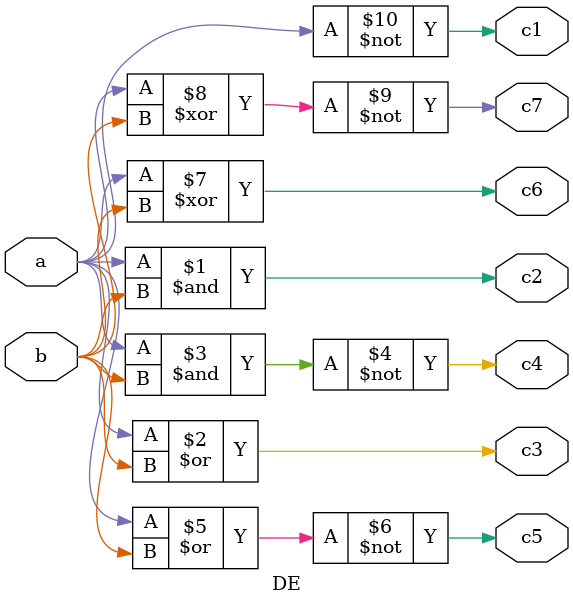
<source format=v>
module DE(a,b,c1,c2,c3,c4,c5,c6,c7); 
input a,b; 
output c1,c2,c3,c4,c5,c6,c7; 
not g1(c1,a); 
and g2(c2,a,b); 
or g3(c3,a,b); 
nand g4(c4,a,b); 
nor g5(c5,a,b); 
xor g6(c6,a,b); 
xnor g7(c7,a,b); 
endmodule 
</source>
